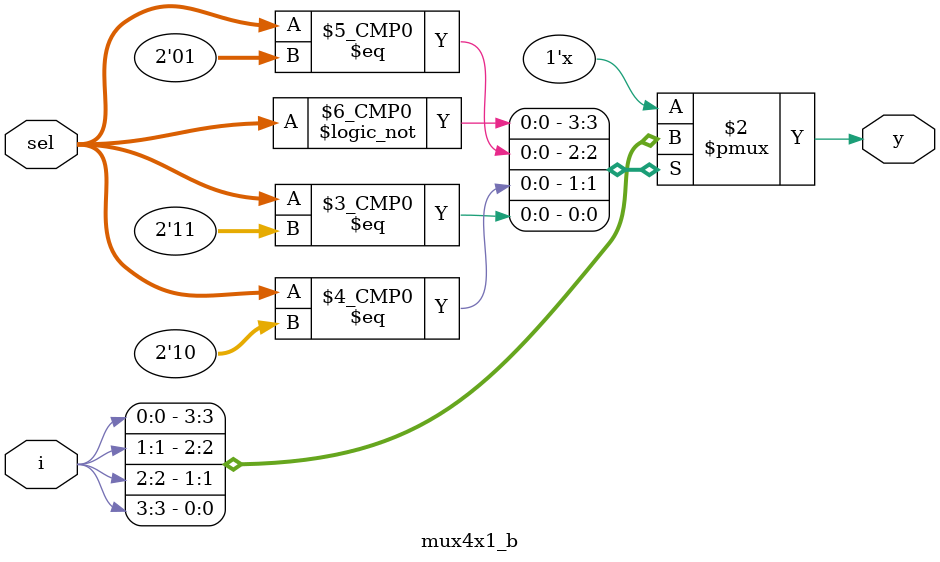
<source format=v>

module mux4x1_b(i,sel,y);
input[3:0]i;
input[1:0]sel;
output reg y;


always @(i,sel,y)
begin
case(sel)
    2'b00: y = i[0];
	2'b01: y = i[1];
	2'b10: y = i[2];
    2'b11: y = i[3];
	default: y = 1'bx;
endcase
end
	 

endmodule


</source>
